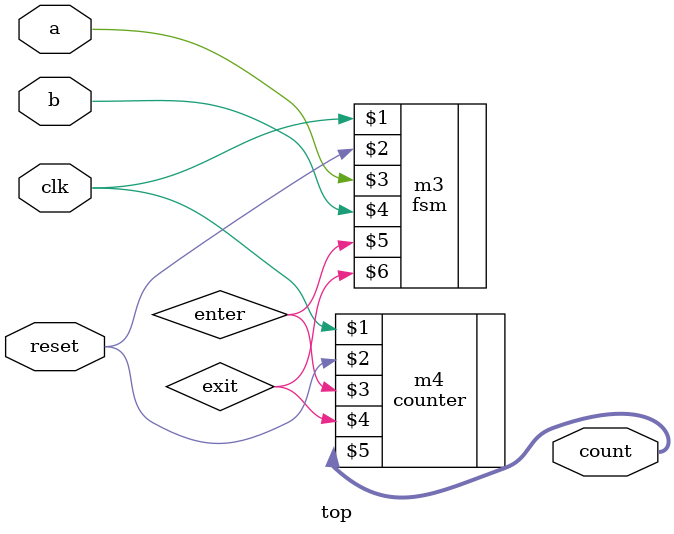
<source format=v>
`timescale 1ns / 1ps


module top(
    input clk, reset, a, b,
    output [3:0]count 
    );
    
    wire enter, exit;
    
    fsm m3(clk, reset, a,b, enter, exit);
    counter m4(clk, reset, enter, exit, count);
    
    
endmodule

</source>
